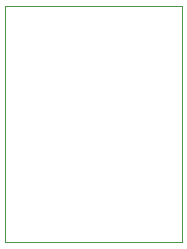
<source format=gbr>
%TF.GenerationSoftware,KiCad,Pcbnew,7.0.1*%
%TF.CreationDate,2023-08-18T01:43:33-03:00*%
%TF.ProjectId,PCB-MPU-9150,5043422d-4d50-4552-9d39-3135302e6b69,rev?*%
%TF.SameCoordinates,Original*%
%TF.FileFunction,Paste,Bot*%
%TF.FilePolarity,Positive*%
%FSLAX46Y46*%
G04 Gerber Fmt 4.6, Leading zero omitted, Abs format (unit mm)*
G04 Created by KiCad (PCBNEW 7.0.1) date 2023-08-18 01:43:33*
%MOMM*%
%LPD*%
G01*
G04 APERTURE LIST*
%TA.AperFunction,Profile*%
%ADD10C,0.100000*%
%TD*%
G04 APERTURE END LIST*
D10*
X154885238Y-60000000D02*
X154885238Y-40000000D01*
X169885238Y-60000000D02*
X169885238Y-40000000D01*
X154885238Y-54825000D02*
X154885238Y-45175000D01*
X154885238Y-40000000D02*
X169885238Y-40000000D01*
X154885238Y-60000000D02*
X169885238Y-60000000D01*
M02*

</source>
